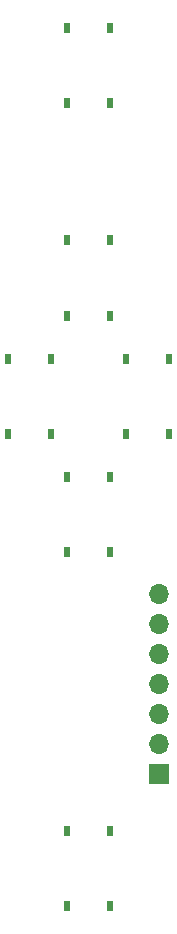
<source format=gbr>
G04 #@! TF.GenerationSoftware,KiCad,Pcbnew,5.1.9-73d0e3b20d~88~ubuntu20.04.1*
G04 #@! TF.CreationDate,2021-02-08T09:08:18-05:00*
G04 #@! TF.ProjectId,inkplate-buttons,696e6b70-6c61-4746-952d-627574746f6e,rev?*
G04 #@! TF.SameCoordinates,Original*
G04 #@! TF.FileFunction,Paste,Top*
G04 #@! TF.FilePolarity,Positive*
%FSLAX46Y46*%
G04 Gerber Fmt 4.6, Leading zero omitted, Abs format (unit mm)*
G04 Created by KiCad (PCBNEW 5.1.9-73d0e3b20d~88~ubuntu20.04.1) date 2021-02-08 09:08:18*
%MOMM*%
%LPD*%
G01*
G04 APERTURE LIST*
%ADD10O,1.700000X1.700000*%
%ADD11R,1.700000X1.700000*%
%ADD12R,0.558800X0.952500*%
G04 APERTURE END LIST*
D10*
X116000000Y-136760000D03*
X116000000Y-139300000D03*
X116000000Y-141840000D03*
X116000000Y-144380000D03*
X116000000Y-146920000D03*
X116000000Y-149460000D03*
D11*
X116000000Y-152000000D03*
D12*
X108145800Y-95181350D03*
X111854200Y-95181350D03*
X111854200Y-88818650D03*
X108145800Y-88818650D03*
X108145800Y-113181350D03*
X111854200Y-113181350D03*
X111854200Y-106818650D03*
X108145800Y-106818650D03*
X103145800Y-116818650D03*
X106854200Y-116818650D03*
X106854200Y-123181350D03*
X103145800Y-123181350D03*
X113145800Y-123181350D03*
X116854200Y-123181350D03*
X116854200Y-116818650D03*
X113145800Y-116818650D03*
X108145800Y-126818650D03*
X111854200Y-126818650D03*
X111854200Y-133181350D03*
X108145800Y-133181350D03*
X108145800Y-156818650D03*
X111854200Y-156818650D03*
X111854200Y-163181350D03*
X108145800Y-163181350D03*
M02*

</source>
